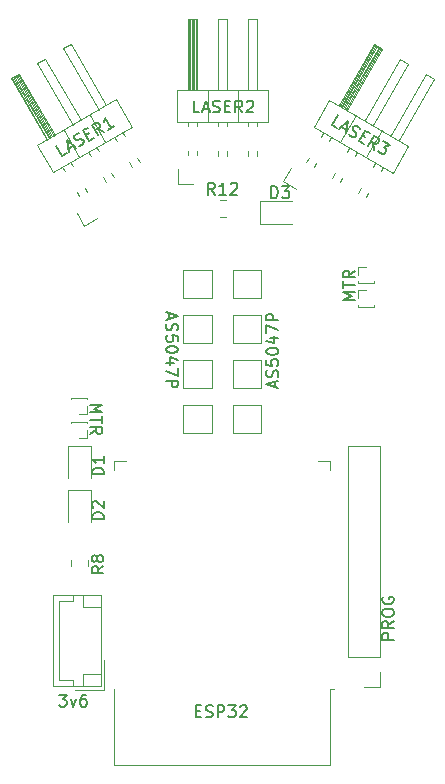
<source format=gbr>
G04 #@! TF.GenerationSoftware,KiCad,Pcbnew,(5.1.2)-2*
G04 #@! TF.CreationDate,2019-12-09T19:40:43+00:00*
G04 #@! TF.ProjectId,main_pcb,6d61696e-5f70-4636-922e-6b696361645f,rev?*
G04 #@! TF.SameCoordinates,Original*
G04 #@! TF.FileFunction,Legend,Top*
G04 #@! TF.FilePolarity,Positive*
%FSLAX46Y46*%
G04 Gerber Fmt 4.6, Leading zero omitted, Abs format (unit mm)*
G04 Created by KiCad (PCBNEW (5.1.2)-2) date 2019-12-09 19:40:43*
%MOMM*%
%LPD*%
G04 APERTURE LIST*
%ADD10C,0.150000*%
%ADD11C,0.120000*%
G04 APERTURE END LIST*
D10*
X137666666Y-93819047D02*
X137666666Y-93342857D01*
X137952380Y-93914285D02*
X136952380Y-93580952D01*
X137952380Y-93247619D01*
X137904761Y-92961904D02*
X137952380Y-92819047D01*
X137952380Y-92580952D01*
X137904761Y-92485714D01*
X137857142Y-92438095D01*
X137761904Y-92390476D01*
X137666666Y-92390476D01*
X137571428Y-92438095D01*
X137523809Y-92485714D01*
X137476190Y-92580952D01*
X137428571Y-92771428D01*
X137380952Y-92866666D01*
X137333333Y-92914285D01*
X137238095Y-92961904D01*
X137142857Y-92961904D01*
X137047619Y-92914285D01*
X137000000Y-92866666D01*
X136952380Y-92771428D01*
X136952380Y-92533333D01*
X137000000Y-92390476D01*
X136952380Y-91485714D02*
X136952380Y-91961904D01*
X137428571Y-92009523D01*
X137380952Y-91961904D01*
X137333333Y-91866666D01*
X137333333Y-91628571D01*
X137380952Y-91533333D01*
X137428571Y-91485714D01*
X137523809Y-91438095D01*
X137761904Y-91438095D01*
X137857142Y-91485714D01*
X137904761Y-91533333D01*
X137952380Y-91628571D01*
X137952380Y-91866666D01*
X137904761Y-91961904D01*
X137857142Y-92009523D01*
X136952380Y-90819047D02*
X136952380Y-90723809D01*
X137000000Y-90628571D01*
X137047619Y-90580952D01*
X137142857Y-90533333D01*
X137333333Y-90485714D01*
X137571428Y-90485714D01*
X137761904Y-90533333D01*
X137857142Y-90580952D01*
X137904761Y-90628571D01*
X137952380Y-90723809D01*
X137952380Y-90819047D01*
X137904761Y-90914285D01*
X137857142Y-90961904D01*
X137761904Y-91009523D01*
X137571428Y-91057142D01*
X137333333Y-91057142D01*
X137142857Y-91009523D01*
X137047619Y-90961904D01*
X137000000Y-90914285D01*
X136952380Y-90819047D01*
X137285714Y-89628571D02*
X137952380Y-89628571D01*
X136904761Y-89866666D02*
X137619047Y-90104761D01*
X137619047Y-89485714D01*
X136952380Y-89200000D02*
X136952380Y-88533333D01*
X137952380Y-88961904D01*
X137952380Y-88152380D02*
X136952380Y-88152380D01*
X136952380Y-87771428D01*
X137000000Y-87676190D01*
X137047619Y-87628571D01*
X137142857Y-87580952D01*
X137285714Y-87580952D01*
X137380952Y-87628571D01*
X137428571Y-87676190D01*
X137476190Y-87771428D01*
X137476190Y-88152380D01*
X128733333Y-87580952D02*
X128733333Y-88057142D01*
X128447619Y-87485714D02*
X129447619Y-87819047D01*
X128447619Y-88152380D01*
X128495238Y-88438095D02*
X128447619Y-88580952D01*
X128447619Y-88819047D01*
X128495238Y-88914285D01*
X128542857Y-88961904D01*
X128638095Y-89009523D01*
X128733333Y-89009523D01*
X128828571Y-88961904D01*
X128876190Y-88914285D01*
X128923809Y-88819047D01*
X128971428Y-88628571D01*
X129019047Y-88533333D01*
X129066666Y-88485714D01*
X129161904Y-88438095D01*
X129257142Y-88438095D01*
X129352380Y-88485714D01*
X129400000Y-88533333D01*
X129447619Y-88628571D01*
X129447619Y-88866666D01*
X129400000Y-89009523D01*
X129447619Y-89914285D02*
X129447619Y-89438095D01*
X128971428Y-89390476D01*
X129019047Y-89438095D01*
X129066666Y-89533333D01*
X129066666Y-89771428D01*
X129019047Y-89866666D01*
X128971428Y-89914285D01*
X128876190Y-89961904D01*
X128638095Y-89961904D01*
X128542857Y-89914285D01*
X128495238Y-89866666D01*
X128447619Y-89771428D01*
X128447619Y-89533333D01*
X128495238Y-89438095D01*
X128542857Y-89390476D01*
X129447619Y-90580952D02*
X129447619Y-90676190D01*
X129400000Y-90771428D01*
X129352380Y-90819047D01*
X129257142Y-90866666D01*
X129066666Y-90914285D01*
X128828571Y-90914285D01*
X128638095Y-90866666D01*
X128542857Y-90819047D01*
X128495238Y-90771428D01*
X128447619Y-90676190D01*
X128447619Y-90580952D01*
X128495238Y-90485714D01*
X128542857Y-90438095D01*
X128638095Y-90390476D01*
X128828571Y-90342857D01*
X129066666Y-90342857D01*
X129257142Y-90390476D01*
X129352380Y-90438095D01*
X129400000Y-90485714D01*
X129447619Y-90580952D01*
X129114285Y-91771428D02*
X128447619Y-91771428D01*
X129495238Y-91533333D02*
X128780952Y-91295238D01*
X128780952Y-91914285D01*
X129447619Y-92200000D02*
X129447619Y-92866666D01*
X128447619Y-92438095D01*
X128447619Y-93247619D02*
X129447619Y-93247619D01*
X129447619Y-93628571D01*
X129400000Y-93723809D01*
X129352380Y-93771428D01*
X129257142Y-93819047D01*
X129114285Y-93819047D01*
X129019047Y-93771428D01*
X128971428Y-93723809D01*
X128923809Y-93628571D01*
X128923809Y-93247619D01*
X119409523Y-119852380D02*
X120028571Y-119852380D01*
X119695238Y-120233333D01*
X119838095Y-120233333D01*
X119933333Y-120280952D01*
X119980952Y-120328571D01*
X120028571Y-120423809D01*
X120028571Y-120661904D01*
X119980952Y-120757142D01*
X119933333Y-120804761D01*
X119838095Y-120852380D01*
X119552380Y-120852380D01*
X119457142Y-120804761D01*
X119409523Y-120757142D01*
X120361904Y-120185714D02*
X120600000Y-120852380D01*
X120838095Y-120185714D01*
X121647619Y-119852380D02*
X121457142Y-119852380D01*
X121361904Y-119900000D01*
X121314285Y-119947619D01*
X121219047Y-120090476D01*
X121171428Y-120280952D01*
X121171428Y-120661904D01*
X121219047Y-120757142D01*
X121266666Y-120804761D01*
X121361904Y-120852380D01*
X121552380Y-120852380D01*
X121647619Y-120804761D01*
X121695238Y-120757142D01*
X121742857Y-120661904D01*
X121742857Y-120423809D01*
X121695238Y-120328571D01*
X121647619Y-120280952D01*
X121552380Y-120233333D01*
X121361904Y-120233333D01*
X121266666Y-120280952D01*
X121219047Y-120328571D01*
X121171428Y-120423809D01*
X147752380Y-115185714D02*
X146752380Y-115185714D01*
X146752380Y-114804761D01*
X146800000Y-114709523D01*
X146847619Y-114661904D01*
X146942857Y-114614285D01*
X147085714Y-114614285D01*
X147180952Y-114661904D01*
X147228571Y-114709523D01*
X147276190Y-114804761D01*
X147276190Y-115185714D01*
X147752380Y-113614285D02*
X147276190Y-113947619D01*
X147752380Y-114185714D02*
X146752380Y-114185714D01*
X146752380Y-113804761D01*
X146800000Y-113709523D01*
X146847619Y-113661904D01*
X146942857Y-113614285D01*
X147085714Y-113614285D01*
X147180952Y-113661904D01*
X147228571Y-113709523D01*
X147276190Y-113804761D01*
X147276190Y-114185714D01*
X146752380Y-112995238D02*
X146752380Y-112804761D01*
X146800000Y-112709523D01*
X146895238Y-112614285D01*
X147085714Y-112566666D01*
X147419047Y-112566666D01*
X147609523Y-112614285D01*
X147704761Y-112709523D01*
X147752380Y-112804761D01*
X147752380Y-112995238D01*
X147704761Y-113090476D01*
X147609523Y-113185714D01*
X147419047Y-113233333D01*
X147085714Y-113233333D01*
X146895238Y-113185714D01*
X146800000Y-113090476D01*
X146752380Y-112995238D01*
X146800000Y-111614285D02*
X146752380Y-111709523D01*
X146752380Y-111852380D01*
X146800000Y-111995238D01*
X146895238Y-112090476D01*
X146990476Y-112138095D01*
X147180952Y-112185714D01*
X147323809Y-112185714D01*
X147514285Y-112138095D01*
X147609523Y-112090476D01*
X147704761Y-111995238D01*
X147752380Y-111852380D01*
X147752380Y-111757142D01*
X147704761Y-111614285D01*
X147657142Y-111566666D01*
X147323809Y-111566666D01*
X147323809Y-111757142D01*
X122047619Y-95285714D02*
X123047619Y-95285714D01*
X122333333Y-95619047D01*
X123047619Y-95952380D01*
X122047619Y-95952380D01*
X123047619Y-96285714D02*
X123047619Y-96857142D01*
X122047619Y-96571428D02*
X123047619Y-96571428D01*
X122047619Y-97761904D02*
X122523809Y-97428571D01*
X122047619Y-97190476D02*
X123047619Y-97190476D01*
X123047619Y-97571428D01*
X123000000Y-97666666D01*
X122952380Y-97714285D01*
X122857142Y-97761904D01*
X122714285Y-97761904D01*
X122619047Y-97714285D01*
X122571428Y-97666666D01*
X122523809Y-97571428D01*
X122523809Y-97190476D01*
X144452380Y-86414285D02*
X143452380Y-86414285D01*
X144166666Y-86080952D01*
X143452380Y-85747619D01*
X144452380Y-85747619D01*
X143452380Y-85414285D02*
X143452380Y-84842857D01*
X144452380Y-85128571D02*
X143452380Y-85128571D01*
X144452380Y-83938095D02*
X143976190Y-84271428D01*
X144452380Y-84509523D02*
X143452380Y-84509523D01*
X143452380Y-84128571D01*
X143500000Y-84033333D01*
X143547619Y-83985714D01*
X143642857Y-83938095D01*
X143785714Y-83938095D01*
X143880952Y-83985714D01*
X143928571Y-84033333D01*
X143976190Y-84128571D01*
X143976190Y-84509523D01*
D11*
X138365148Y-76364852D02*
X139000148Y-75265000D01*
X139465000Y-76999852D02*
X138365148Y-76364852D01*
X145349963Y-77726797D02*
X145577034Y-77333498D01*
X144691784Y-77346797D02*
X144918855Y-76953498D01*
X146619963Y-75527092D02*
X146818499Y-75183219D01*
X145961784Y-75147092D02*
X146160319Y-74803219D01*
X151148499Y-67683439D02*
X148148499Y-72879591D01*
X150490319Y-67303439D02*
X151148499Y-67683439D01*
X147490319Y-72499591D02*
X150490319Y-67303439D01*
X145389557Y-74358219D02*
X146719557Y-72054591D01*
X143150259Y-76456797D02*
X143377330Y-76063498D01*
X142492079Y-76076797D02*
X142719150Y-75683498D01*
X144420259Y-74257092D02*
X144618794Y-73913219D01*
X143762079Y-73877092D02*
X143960615Y-73533219D01*
X148948794Y-66413439D02*
X145948794Y-71609591D01*
X148290615Y-66033439D02*
X148948794Y-66413439D01*
X145290615Y-71229591D02*
X148290615Y-66033439D01*
X143189852Y-73088219D02*
X144519852Y-70784591D01*
X140984090Y-75128712D02*
X141177625Y-74793498D01*
X140325910Y-74748712D02*
X140519446Y-74413498D01*
X142220554Y-72987092D02*
X142419090Y-72643219D01*
X141562375Y-72607092D02*
X141760910Y-72263219D01*
X143662487Y-70289591D02*
X146662487Y-65093439D01*
X143558564Y-70229591D02*
X146558564Y-65033439D01*
X143454641Y-70169591D02*
X146454641Y-64973439D01*
X143350718Y-70109591D02*
X146350718Y-64913439D01*
X143246795Y-70049591D02*
X146246795Y-64853439D01*
X143142872Y-69989591D02*
X146142872Y-64793439D01*
X146749090Y-65143439D02*
X143749090Y-70339591D01*
X146090910Y-64763439D02*
X146749090Y-65143439D01*
X143090910Y-69959591D02*
X146090910Y-64763439D01*
X142268186Y-69484591D02*
X140938186Y-71788219D01*
X148971223Y-73354591D02*
X142268186Y-69484591D01*
X147641223Y-75658219D02*
X148971223Y-73354591D01*
X140938186Y-71788219D02*
X147641223Y-75658219D01*
X129430000Y-76570000D02*
X129430000Y-75300000D01*
X130700000Y-76570000D02*
X129430000Y-76570000D01*
X136160000Y-74257071D02*
X136160000Y-73802929D01*
X135400000Y-74257071D02*
X135400000Y-73802929D01*
X136160000Y-71717071D02*
X136160000Y-71320000D01*
X135400000Y-71717071D02*
X135400000Y-71320000D01*
X136160000Y-62660000D02*
X136160000Y-68660000D01*
X135400000Y-62660000D02*
X136160000Y-62660000D01*
X135400000Y-68660000D02*
X135400000Y-62660000D01*
X134510000Y-71320000D02*
X134510000Y-68660000D01*
X133620000Y-74257071D02*
X133620000Y-73802929D01*
X132860000Y-74257071D02*
X132860000Y-73802929D01*
X133620000Y-71717071D02*
X133620000Y-71320000D01*
X132860000Y-71717071D02*
X132860000Y-71320000D01*
X133620000Y-62660000D02*
X133620000Y-68660000D01*
X132860000Y-62660000D02*
X133620000Y-62660000D01*
X132860000Y-68660000D02*
X132860000Y-62660000D01*
X131970000Y-71320000D02*
X131970000Y-68660000D01*
X131080000Y-74190000D02*
X131080000Y-73802929D01*
X130320000Y-74190000D02*
X130320000Y-73802929D01*
X131080000Y-71717071D02*
X131080000Y-71320000D01*
X130320000Y-71717071D02*
X130320000Y-71320000D01*
X130980000Y-68660000D02*
X130980000Y-62660000D01*
X130860000Y-68660000D02*
X130860000Y-62660000D01*
X130740000Y-68660000D02*
X130740000Y-62660000D01*
X130620000Y-68660000D02*
X130620000Y-62660000D01*
X130500000Y-68660000D02*
X130500000Y-62660000D01*
X130380000Y-68660000D02*
X130380000Y-62660000D01*
X131080000Y-62660000D02*
X131080000Y-68660000D01*
X130320000Y-62660000D02*
X131080000Y-62660000D01*
X130320000Y-68660000D02*
X130320000Y-62660000D01*
X129370000Y-68660000D02*
X129370000Y-71320000D01*
X137110000Y-68660000D02*
X129370000Y-68660000D01*
X137110000Y-71320000D02*
X137110000Y-68660000D01*
X129370000Y-71320000D02*
X137110000Y-71320000D01*
X118858186Y-75618219D02*
X125561223Y-71748219D01*
X125561223Y-71748219D02*
X124231223Y-69444591D01*
X124231223Y-69444591D02*
X117528186Y-73314591D01*
X117528186Y-73314591D02*
X118858186Y-75618219D01*
X118350910Y-72839591D02*
X115350910Y-67643439D01*
X115350910Y-67643439D02*
X116009090Y-67263439D01*
X116009090Y-67263439D02*
X119009090Y-72459591D01*
X118402872Y-72809591D02*
X115402872Y-67613439D01*
X118506795Y-72749591D02*
X115506795Y-67553439D01*
X118610718Y-72689591D02*
X115610718Y-67493439D01*
X118714641Y-72629591D02*
X115714641Y-67433439D01*
X118818564Y-72569591D02*
X115818564Y-67373439D01*
X118922487Y-72509591D02*
X115922487Y-67313439D01*
X119879446Y-75487092D02*
X119680910Y-75143219D01*
X120537625Y-75107092D02*
X120339090Y-74763219D01*
X121115910Y-77628712D02*
X120922375Y-77293498D01*
X121774090Y-77248712D02*
X121580554Y-76913498D01*
X121109852Y-74318219D02*
X119779852Y-72014591D01*
X120550615Y-71569591D02*
X117550615Y-66373439D01*
X117550615Y-66373439D02*
X118208794Y-65993439D01*
X118208794Y-65993439D02*
X121208794Y-71189591D01*
X122079150Y-74217092D02*
X121880615Y-73873219D01*
X122737330Y-73837092D02*
X122538794Y-73493219D01*
X123349150Y-76416797D02*
X123122079Y-76023498D01*
X124007330Y-76036797D02*
X123780259Y-75643498D01*
X123309557Y-73048219D02*
X121979557Y-70744591D01*
X122750319Y-70299591D02*
X119750319Y-65103439D01*
X119750319Y-65103439D02*
X120408499Y-64723439D01*
X120408499Y-64723439D02*
X123408499Y-69919591D01*
X124278855Y-72947092D02*
X124080319Y-72603219D01*
X124937034Y-72567092D02*
X124738499Y-72223219D01*
X125548855Y-75146797D02*
X125321784Y-74753498D01*
X126207034Y-74766797D02*
X125979963Y-74373498D01*
X122635000Y-79499852D02*
X121535148Y-80134852D01*
X121535148Y-80134852D02*
X120900148Y-79035000D01*
X136415000Y-79960000D02*
X139100000Y-79960000D01*
X136415000Y-78040000D02*
X136415000Y-79960000D01*
X139100000Y-78040000D02*
X136415000Y-78040000D01*
X120140000Y-102552500D02*
X120140000Y-105237500D01*
X122060000Y-102552500D02*
X120140000Y-102552500D01*
X122060000Y-105237500D02*
X122060000Y-102552500D01*
X120140000Y-98777500D02*
X120140000Y-101462500D01*
X122060000Y-98777500D02*
X120140000Y-98777500D01*
X122060000Y-101462500D02*
X122060000Y-98777500D01*
X142320000Y-119345000D02*
X142700000Y-119345000D01*
X142320000Y-125765000D02*
X142320000Y-119345000D01*
X124080000Y-125765000D02*
X124080000Y-119345000D01*
X142320000Y-125765000D02*
X124080000Y-125765000D01*
X124080000Y-100020000D02*
X125080000Y-100020000D01*
X124080000Y-100800000D02*
X124080000Y-100020000D01*
X142320000Y-100020000D02*
X141320000Y-100020000D01*
X142320000Y-100800000D02*
X142320000Y-100020000D01*
X146530000Y-119230000D02*
X145200000Y-119230000D01*
X146530000Y-117900000D02*
X146530000Y-119230000D01*
X146530000Y-116630000D02*
X143870000Y-116630000D01*
X143870000Y-116630000D02*
X143870000Y-98790000D01*
X146530000Y-116630000D02*
X146530000Y-98790000D01*
X146530000Y-98790000D02*
X143870000Y-98790000D01*
X144705000Y-83615000D02*
X145400000Y-83615000D01*
X144705000Y-84300000D02*
X144705000Y-83615000D01*
X146008276Y-84985000D02*
X146095000Y-84985000D01*
X144705000Y-84985000D02*
X144791724Y-84985000D01*
X146095000Y-84985000D02*
X146095000Y-84860000D01*
X144705000Y-84985000D02*
X144705000Y-84860000D01*
X144705000Y-84985000D02*
X146095000Y-84985000D01*
X144705000Y-85615000D02*
X145400000Y-85615000D01*
X144705000Y-86300000D02*
X144705000Y-85615000D01*
X146008276Y-86985000D02*
X146095000Y-86985000D01*
X144705000Y-86985000D02*
X144791724Y-86985000D01*
X146095000Y-86985000D02*
X146095000Y-86860000D01*
X144705000Y-86985000D02*
X144705000Y-86860000D01*
X144705000Y-86985000D02*
X146095000Y-86985000D01*
X121795000Y-98085000D02*
X121100000Y-98085000D01*
X121795000Y-97400000D02*
X121795000Y-98085000D01*
X120491724Y-96715000D02*
X120405000Y-96715000D01*
X121795000Y-96715000D02*
X121708276Y-96715000D01*
X120405000Y-96715000D02*
X120405000Y-96840000D01*
X121795000Y-96715000D02*
X121795000Y-96840000D01*
X121795000Y-96715000D02*
X120405000Y-96715000D01*
X121795000Y-96085000D02*
X121100000Y-96085000D01*
X121795000Y-95400000D02*
X121795000Y-96085000D01*
X120491724Y-94715000D02*
X120405000Y-94715000D01*
X121795000Y-94715000D02*
X121708276Y-94715000D01*
X120405000Y-94715000D02*
X120405000Y-94840000D01*
X121795000Y-94715000D02*
X121795000Y-94840000D01*
X121795000Y-94715000D02*
X120405000Y-94715000D01*
X132978922Y-79410000D02*
X133496078Y-79410000D01*
X132978922Y-77990000D02*
X133496078Y-77990000D01*
X121810000Y-108958578D02*
X121810000Y-108441422D01*
X120390000Y-108958578D02*
X120390000Y-108441422D01*
X123210000Y-119410000D02*
X123210000Y-116910000D01*
X120710000Y-119410000D02*
X123210000Y-119410000D01*
X121410000Y-112390000D02*
X122910000Y-112390000D01*
X121410000Y-111390000D02*
X121410000Y-112390000D01*
X121410000Y-118110000D02*
X122910000Y-118110000D01*
X121410000Y-119110000D02*
X121410000Y-118110000D01*
X120600000Y-111890000D02*
X120600000Y-111390000D01*
X119390000Y-111890000D02*
X120600000Y-111890000D01*
X119390000Y-118610000D02*
X119390000Y-111890000D01*
X120600000Y-118610000D02*
X119390000Y-118610000D01*
X120600000Y-119110000D02*
X120600000Y-118610000D01*
X118890000Y-111390000D02*
X118890000Y-119110000D01*
X122910000Y-111390000D02*
X118890000Y-111390000D01*
X122910000Y-119110000D02*
X122910000Y-111390000D01*
X118890000Y-119110000D02*
X122910000Y-119110000D01*
X136500000Y-95320000D02*
X136500000Y-97720000D01*
X134100000Y-97720000D02*
X134100000Y-95320000D01*
X134100000Y-95320000D02*
X136500000Y-95320000D01*
X136500000Y-97720000D02*
X134100000Y-97720000D01*
X134100000Y-93910000D02*
X134100000Y-91510000D01*
X134100000Y-91510000D02*
X136500000Y-91510000D01*
X136500000Y-91510000D02*
X136500000Y-93910000D01*
X136500000Y-93910000D02*
X134100000Y-93910000D01*
X134100000Y-90100000D02*
X134100000Y-87700000D01*
X136500000Y-90100000D02*
X134100000Y-90100000D01*
X136500000Y-87700000D02*
X136500000Y-90100000D01*
X134100000Y-87700000D02*
X136500000Y-87700000D01*
X134100000Y-83890000D02*
X136500000Y-83890000D01*
X134100000Y-86290000D02*
X134100000Y-83890000D01*
X136500000Y-86290000D02*
X134100000Y-86290000D01*
X136500000Y-83890000D02*
X136500000Y-86290000D01*
X129900000Y-86285000D02*
X129900000Y-83885000D01*
X132300000Y-83885000D02*
X132300000Y-86285000D01*
X132300000Y-86285000D02*
X129900000Y-86285000D01*
X129900000Y-83885000D02*
X132300000Y-83885000D01*
X132300000Y-87695000D02*
X132300000Y-90095000D01*
X132300000Y-90095000D02*
X129900000Y-90095000D01*
X129900000Y-90095000D02*
X129900000Y-87695000D01*
X129900000Y-87695000D02*
X132300000Y-87695000D01*
X132300000Y-91505000D02*
X132300000Y-93905000D01*
X129900000Y-91505000D02*
X132300000Y-91505000D01*
X129900000Y-93905000D02*
X129900000Y-91505000D01*
X132300000Y-93905000D02*
X129900000Y-93905000D01*
X132300000Y-97715000D02*
X129900000Y-97715000D01*
X132300000Y-95315000D02*
X132300000Y-97715000D01*
X129900000Y-95315000D02*
X132300000Y-95315000D01*
X129900000Y-97715000D02*
X129900000Y-95315000D01*
D10*
X142921139Y-71879868D02*
X142508746Y-71641773D01*
X143008746Y-70775747D01*
X143311432Y-71775289D02*
X143723825Y-72013385D01*
X143086096Y-71975106D02*
X143874771Y-71275747D01*
X143663446Y-72308440D01*
X143934691Y-72410057D02*
X144034600Y-72522725D01*
X144240796Y-72641773D01*
X144347084Y-72648153D01*
X144412133Y-72630723D01*
X144500992Y-72572054D01*
X144548611Y-72489575D01*
X144554990Y-72383287D01*
X144537561Y-72318238D01*
X144478892Y-72229380D01*
X144337744Y-72092902D01*
X144279075Y-72004044D01*
X144261645Y-71938995D01*
X144268025Y-71832707D01*
X144315644Y-71750229D01*
X144404502Y-71691559D01*
X144469551Y-71674130D01*
X144575839Y-71680509D01*
X144782036Y-71799557D01*
X144881944Y-71912225D01*
X145038812Y-72497664D02*
X145327487Y-72664331D01*
X145189300Y-73189392D02*
X144776907Y-72951297D01*
X145276907Y-72085271D01*
X145689300Y-72323367D01*
X146055326Y-73689392D02*
X146004746Y-73110332D01*
X145560454Y-73403678D02*
X146060454Y-72537652D01*
X146390369Y-72728128D01*
X146449038Y-72816987D01*
X146466467Y-72882036D01*
X146460088Y-72988324D01*
X146388659Y-73112042D01*
X146299801Y-73170711D01*
X146234752Y-73188141D01*
X146128464Y-73181761D01*
X145798549Y-72991285D01*
X146844001Y-72990033D02*
X147380112Y-73299557D01*
X146900961Y-73462805D01*
X147024678Y-73534233D01*
X147083348Y-73623092D01*
X147100777Y-73688141D01*
X147094398Y-73794429D01*
X146975350Y-74000625D01*
X146886492Y-74059294D01*
X146821443Y-74076724D01*
X146715155Y-74070344D01*
X146467719Y-73927487D01*
X146409050Y-73838629D01*
X146391620Y-73773580D01*
X131276190Y-70552380D02*
X130800000Y-70552380D01*
X130800000Y-69552380D01*
X131561904Y-70266666D02*
X132038095Y-70266666D01*
X131466666Y-70552380D02*
X131800000Y-69552380D01*
X132133333Y-70552380D01*
X132419047Y-70504761D02*
X132561904Y-70552380D01*
X132800000Y-70552380D01*
X132895238Y-70504761D01*
X132942857Y-70457142D01*
X132990476Y-70361904D01*
X132990476Y-70266666D01*
X132942857Y-70171428D01*
X132895238Y-70123809D01*
X132800000Y-70076190D01*
X132609523Y-70028571D01*
X132514285Y-69980952D01*
X132466666Y-69933333D01*
X132419047Y-69838095D01*
X132419047Y-69742857D01*
X132466666Y-69647619D01*
X132514285Y-69600000D01*
X132609523Y-69552380D01*
X132847619Y-69552380D01*
X132990476Y-69600000D01*
X133419047Y-70028571D02*
X133752380Y-70028571D01*
X133895238Y-70552380D02*
X133419047Y-70552380D01*
X133419047Y-69552380D01*
X133895238Y-69552380D01*
X134895238Y-70552380D02*
X134561904Y-70076190D01*
X134323809Y-70552380D02*
X134323809Y-69552380D01*
X134704761Y-69552380D01*
X134800000Y-69600000D01*
X134847619Y-69647619D01*
X134895238Y-69742857D01*
X134895238Y-69885714D01*
X134847619Y-69980952D01*
X134800000Y-70028571D01*
X134704761Y-70076190D01*
X134323809Y-70076190D01*
X135276190Y-69647619D02*
X135323809Y-69600000D01*
X135419047Y-69552380D01*
X135657142Y-69552380D01*
X135752380Y-69600000D01*
X135800000Y-69647619D01*
X135847619Y-69742857D01*
X135847619Y-69838095D01*
X135800000Y-69980952D01*
X135228571Y-70552380D01*
X135847619Y-70552380D01*
X120073520Y-74003678D02*
X119661126Y-74241773D01*
X119161126Y-73375747D01*
X120178098Y-73613385D02*
X120590491Y-73375289D01*
X120238477Y-73908440D02*
X120027152Y-72875747D01*
X120815827Y-73575106D01*
X121039453Y-73391010D02*
X121186981Y-73360821D01*
X121393177Y-73241773D01*
X121451846Y-73152915D01*
X121469276Y-73087866D01*
X121462896Y-72981578D01*
X121415277Y-72899099D01*
X121326419Y-72840430D01*
X121261370Y-72823000D01*
X121155082Y-72829380D01*
X120966315Y-72883379D01*
X120860027Y-72889758D01*
X120794978Y-72872329D01*
X120706120Y-72813660D01*
X120658501Y-72731181D01*
X120652121Y-72624893D01*
X120669551Y-72559844D01*
X120728220Y-72470986D01*
X120934417Y-72351938D01*
X121081944Y-72321749D01*
X121667383Y-72478617D02*
X121956059Y-72311950D01*
X122341681Y-72694154D02*
X121929288Y-72932249D01*
X121429288Y-72066224D01*
X121841681Y-71828128D01*
X123207707Y-72194154D02*
X122680936Y-71948427D01*
X122712835Y-72479868D02*
X122212835Y-71613843D01*
X122542749Y-71423367D01*
X122649038Y-71416987D01*
X122714086Y-71434417D01*
X122802945Y-71493086D01*
X122874373Y-71616804D01*
X122880753Y-71723092D01*
X122863323Y-71788141D01*
X122804654Y-71876999D01*
X122474740Y-72067475D01*
X124032493Y-71717963D02*
X123537621Y-72003678D01*
X123785057Y-71860821D02*
X123285057Y-70994795D01*
X123274007Y-71166132D01*
X123239147Y-71296230D01*
X123180478Y-71385088D01*
X137361904Y-77802380D02*
X137361904Y-76802380D01*
X137600000Y-76802380D01*
X137742857Y-76850000D01*
X137838095Y-76945238D01*
X137885714Y-77040476D01*
X137933333Y-77230952D01*
X137933333Y-77373809D01*
X137885714Y-77564285D01*
X137838095Y-77659523D01*
X137742857Y-77754761D01*
X137600000Y-77802380D01*
X137361904Y-77802380D01*
X138266666Y-76802380D02*
X138885714Y-76802380D01*
X138552380Y-77183333D01*
X138695238Y-77183333D01*
X138790476Y-77230952D01*
X138838095Y-77278571D01*
X138885714Y-77373809D01*
X138885714Y-77611904D01*
X138838095Y-77707142D01*
X138790476Y-77754761D01*
X138695238Y-77802380D01*
X138409523Y-77802380D01*
X138314285Y-77754761D01*
X138266666Y-77707142D01*
X123202380Y-104975595D02*
X122202380Y-104975595D01*
X122202380Y-104737500D01*
X122250000Y-104594642D01*
X122345238Y-104499404D01*
X122440476Y-104451785D01*
X122630952Y-104404166D01*
X122773809Y-104404166D01*
X122964285Y-104451785D01*
X123059523Y-104499404D01*
X123154761Y-104594642D01*
X123202380Y-104737500D01*
X123202380Y-104975595D01*
X122297619Y-104023214D02*
X122250000Y-103975595D01*
X122202380Y-103880357D01*
X122202380Y-103642261D01*
X122250000Y-103547023D01*
X122297619Y-103499404D01*
X122392857Y-103451785D01*
X122488095Y-103451785D01*
X122630952Y-103499404D01*
X123202380Y-104070833D01*
X123202380Y-103451785D01*
X123202380Y-101200595D02*
X122202380Y-101200595D01*
X122202380Y-100962500D01*
X122250000Y-100819642D01*
X122345238Y-100724404D01*
X122440476Y-100676785D01*
X122630952Y-100629166D01*
X122773809Y-100629166D01*
X122964285Y-100676785D01*
X123059523Y-100724404D01*
X123154761Y-100819642D01*
X123202380Y-100962500D01*
X123202380Y-101200595D01*
X123202380Y-99676785D02*
X123202380Y-100248214D01*
X123202380Y-99962500D02*
X122202380Y-99962500D01*
X122345238Y-100057738D01*
X122440476Y-100152976D01*
X122488095Y-100248214D01*
X130957142Y-121228571D02*
X131290476Y-121228571D01*
X131433333Y-121752380D02*
X130957142Y-121752380D01*
X130957142Y-120752380D01*
X131433333Y-120752380D01*
X131814285Y-121704761D02*
X131957142Y-121752380D01*
X132195238Y-121752380D01*
X132290476Y-121704761D01*
X132338095Y-121657142D01*
X132385714Y-121561904D01*
X132385714Y-121466666D01*
X132338095Y-121371428D01*
X132290476Y-121323809D01*
X132195238Y-121276190D01*
X132004761Y-121228571D01*
X131909523Y-121180952D01*
X131861904Y-121133333D01*
X131814285Y-121038095D01*
X131814285Y-120942857D01*
X131861904Y-120847619D01*
X131909523Y-120800000D01*
X132004761Y-120752380D01*
X132242857Y-120752380D01*
X132385714Y-120800000D01*
X132814285Y-121752380D02*
X132814285Y-120752380D01*
X133195238Y-120752380D01*
X133290476Y-120800000D01*
X133338095Y-120847619D01*
X133385714Y-120942857D01*
X133385714Y-121085714D01*
X133338095Y-121180952D01*
X133290476Y-121228571D01*
X133195238Y-121276190D01*
X132814285Y-121276190D01*
X133719047Y-120752380D02*
X134338095Y-120752380D01*
X134004761Y-121133333D01*
X134147619Y-121133333D01*
X134242857Y-121180952D01*
X134290476Y-121228571D01*
X134338095Y-121323809D01*
X134338095Y-121561904D01*
X134290476Y-121657142D01*
X134242857Y-121704761D01*
X134147619Y-121752380D01*
X133861904Y-121752380D01*
X133766666Y-121704761D01*
X133719047Y-121657142D01*
X134719047Y-120847619D02*
X134766666Y-120800000D01*
X134861904Y-120752380D01*
X135100000Y-120752380D01*
X135195238Y-120800000D01*
X135242857Y-120847619D01*
X135290476Y-120942857D01*
X135290476Y-121038095D01*
X135242857Y-121180952D01*
X134671428Y-121752380D01*
X135290476Y-121752380D01*
X132594642Y-77502380D02*
X132261309Y-77026190D01*
X132023214Y-77502380D02*
X132023214Y-76502380D01*
X132404166Y-76502380D01*
X132499404Y-76550000D01*
X132547023Y-76597619D01*
X132594642Y-76692857D01*
X132594642Y-76835714D01*
X132547023Y-76930952D01*
X132499404Y-76978571D01*
X132404166Y-77026190D01*
X132023214Y-77026190D01*
X133547023Y-77502380D02*
X132975595Y-77502380D01*
X133261309Y-77502380D02*
X133261309Y-76502380D01*
X133166071Y-76645238D01*
X133070833Y-76740476D01*
X132975595Y-76788095D01*
X133927976Y-76597619D02*
X133975595Y-76550000D01*
X134070833Y-76502380D01*
X134308928Y-76502380D01*
X134404166Y-76550000D01*
X134451785Y-76597619D01*
X134499404Y-76692857D01*
X134499404Y-76788095D01*
X134451785Y-76930952D01*
X133880357Y-77502380D01*
X134499404Y-77502380D01*
X123152380Y-108966666D02*
X122676190Y-109300000D01*
X123152380Y-109538095D02*
X122152380Y-109538095D01*
X122152380Y-109157142D01*
X122200000Y-109061904D01*
X122247619Y-109014285D01*
X122342857Y-108966666D01*
X122485714Y-108966666D01*
X122580952Y-109014285D01*
X122628571Y-109061904D01*
X122676190Y-109157142D01*
X122676190Y-109538095D01*
X122580952Y-108395238D02*
X122533333Y-108490476D01*
X122485714Y-108538095D01*
X122390476Y-108585714D01*
X122342857Y-108585714D01*
X122247619Y-108538095D01*
X122200000Y-108490476D01*
X122152380Y-108395238D01*
X122152380Y-108204761D01*
X122200000Y-108109523D01*
X122247619Y-108061904D01*
X122342857Y-108014285D01*
X122390476Y-108014285D01*
X122485714Y-108061904D01*
X122533333Y-108109523D01*
X122580952Y-108204761D01*
X122580952Y-108395238D01*
X122628571Y-108490476D01*
X122676190Y-108538095D01*
X122771428Y-108585714D01*
X122961904Y-108585714D01*
X123057142Y-108538095D01*
X123104761Y-108490476D01*
X123152380Y-108395238D01*
X123152380Y-108204761D01*
X123104761Y-108109523D01*
X123057142Y-108061904D01*
X122961904Y-108014285D01*
X122771428Y-108014285D01*
X122676190Y-108061904D01*
X122628571Y-108109523D01*
X122580952Y-108204761D01*
M02*

</source>
